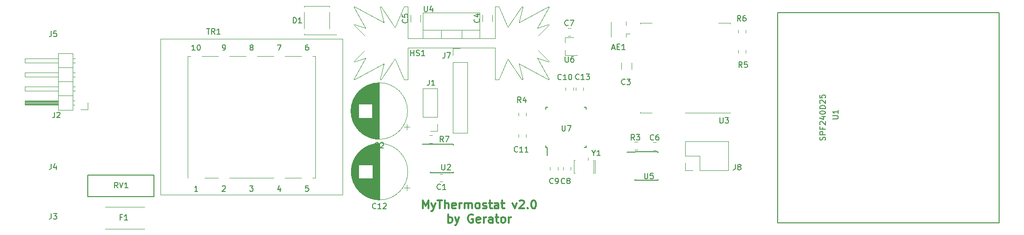
<source format=gto>
G04 #@! TF.GenerationSoftware,KiCad,Pcbnew,5.0.2-bee76a0~70~ubuntu18.04.1*
G04 #@! TF.CreationDate,2019-01-24T05:23:48+01:00*
G04 #@! TF.ProjectId,radiador,72616469-6164-46f7-922e-6b696361645f,rev?*
G04 #@! TF.SameCoordinates,Original*
G04 #@! TF.FileFunction,Legend,Top*
G04 #@! TF.FilePolarity,Positive*
%FSLAX46Y46*%
G04 Gerber Fmt 4.6, Leading zero omitted, Abs format (unit mm)*
G04 Created by KiCad (PCBNEW 5.0.2-bee76a0~70~ubuntu18.04.1) date jue 24 ene 2019 05:23:48 CET*
%MOMM*%
%LPD*%
G01*
G04 APERTURE LIST*
%ADD10C,0.300000*%
%ADD11C,0.150000*%
%ADD12C,0.120000*%
%ADD13C,0.100000*%
G04 APERTURE END LIST*
D10*
X96704628Y-57315571D02*
X96704628Y-55815571D01*
X97204628Y-56887000D01*
X97704628Y-55815571D01*
X97704628Y-57315571D01*
X98276057Y-56315571D02*
X98633200Y-57315571D01*
X98990342Y-56315571D02*
X98633200Y-57315571D01*
X98490342Y-57672714D01*
X98418914Y-57744142D01*
X98276057Y-57815571D01*
X99347485Y-55815571D02*
X100204628Y-55815571D01*
X99776057Y-57315571D02*
X99776057Y-55815571D01*
X100704628Y-57315571D02*
X100704628Y-55815571D01*
X101347485Y-57315571D02*
X101347485Y-56529857D01*
X101276057Y-56387000D01*
X101133200Y-56315571D01*
X100918914Y-56315571D01*
X100776057Y-56387000D01*
X100704628Y-56458428D01*
X102633200Y-57244142D02*
X102490342Y-57315571D01*
X102204628Y-57315571D01*
X102061771Y-57244142D01*
X101990342Y-57101285D01*
X101990342Y-56529857D01*
X102061771Y-56387000D01*
X102204628Y-56315571D01*
X102490342Y-56315571D01*
X102633200Y-56387000D01*
X102704628Y-56529857D01*
X102704628Y-56672714D01*
X101990342Y-56815571D01*
X103347485Y-57315571D02*
X103347485Y-56315571D01*
X103347485Y-56601285D02*
X103418914Y-56458428D01*
X103490342Y-56387000D01*
X103633200Y-56315571D01*
X103776057Y-56315571D01*
X104276057Y-57315571D02*
X104276057Y-56315571D01*
X104276057Y-56458428D02*
X104347485Y-56387000D01*
X104490342Y-56315571D01*
X104704628Y-56315571D01*
X104847485Y-56387000D01*
X104918914Y-56529857D01*
X104918914Y-57315571D01*
X104918914Y-56529857D02*
X104990342Y-56387000D01*
X105133200Y-56315571D01*
X105347485Y-56315571D01*
X105490342Y-56387000D01*
X105561771Y-56529857D01*
X105561771Y-57315571D01*
X106490342Y-57315571D02*
X106347485Y-57244142D01*
X106276057Y-57172714D01*
X106204628Y-57029857D01*
X106204628Y-56601285D01*
X106276057Y-56458428D01*
X106347485Y-56387000D01*
X106490342Y-56315571D01*
X106704628Y-56315571D01*
X106847485Y-56387000D01*
X106918914Y-56458428D01*
X106990342Y-56601285D01*
X106990342Y-57029857D01*
X106918914Y-57172714D01*
X106847485Y-57244142D01*
X106704628Y-57315571D01*
X106490342Y-57315571D01*
X107561771Y-57244142D02*
X107704628Y-57315571D01*
X107990342Y-57315571D01*
X108133200Y-57244142D01*
X108204628Y-57101285D01*
X108204628Y-57029857D01*
X108133200Y-56887000D01*
X107990342Y-56815571D01*
X107776057Y-56815571D01*
X107633200Y-56744142D01*
X107561771Y-56601285D01*
X107561771Y-56529857D01*
X107633200Y-56387000D01*
X107776057Y-56315571D01*
X107990342Y-56315571D01*
X108133200Y-56387000D01*
X108633200Y-56315571D02*
X109204628Y-56315571D01*
X108847485Y-55815571D02*
X108847485Y-57101285D01*
X108918914Y-57244142D01*
X109061771Y-57315571D01*
X109204628Y-57315571D01*
X110347485Y-57315571D02*
X110347485Y-56529857D01*
X110276057Y-56387000D01*
X110133200Y-56315571D01*
X109847485Y-56315571D01*
X109704628Y-56387000D01*
X110347485Y-57244142D02*
X110204628Y-57315571D01*
X109847485Y-57315571D01*
X109704628Y-57244142D01*
X109633200Y-57101285D01*
X109633200Y-56958428D01*
X109704628Y-56815571D01*
X109847485Y-56744142D01*
X110204628Y-56744142D01*
X110347485Y-56672714D01*
X110847485Y-56315571D02*
X111418914Y-56315571D01*
X111061771Y-55815571D02*
X111061771Y-57101285D01*
X111133200Y-57244142D01*
X111276057Y-57315571D01*
X111418914Y-57315571D01*
X112918914Y-56315571D02*
X113276057Y-57315571D01*
X113633200Y-56315571D01*
X114133200Y-55958428D02*
X114204628Y-55887000D01*
X114347485Y-55815571D01*
X114704628Y-55815571D01*
X114847485Y-55887000D01*
X114918914Y-55958428D01*
X114990342Y-56101285D01*
X114990342Y-56244142D01*
X114918914Y-56458428D01*
X114061771Y-57315571D01*
X114990342Y-57315571D01*
X115633200Y-57172714D02*
X115704628Y-57244142D01*
X115633200Y-57315571D01*
X115561771Y-57244142D01*
X115633200Y-57172714D01*
X115633200Y-57315571D01*
X116633200Y-55815571D02*
X116776057Y-55815571D01*
X116918914Y-55887000D01*
X116990342Y-55958428D01*
X117061771Y-56101285D01*
X117133200Y-56387000D01*
X117133200Y-56744142D01*
X117061771Y-57029857D01*
X116990342Y-57172714D01*
X116918914Y-57244142D01*
X116776057Y-57315571D01*
X116633200Y-57315571D01*
X116490342Y-57244142D01*
X116418914Y-57172714D01*
X116347485Y-57029857D01*
X116276057Y-56744142D01*
X116276057Y-56387000D01*
X116347485Y-56101285D01*
X116418914Y-55958428D01*
X116490342Y-55887000D01*
X116633200Y-55815571D01*
X101311771Y-59865571D02*
X101311771Y-58365571D01*
X101311771Y-58937000D02*
X101454628Y-58865571D01*
X101740342Y-58865571D01*
X101883200Y-58937000D01*
X101954628Y-59008428D01*
X102026057Y-59151285D01*
X102026057Y-59579857D01*
X101954628Y-59722714D01*
X101883200Y-59794142D01*
X101740342Y-59865571D01*
X101454628Y-59865571D01*
X101311771Y-59794142D01*
X102526057Y-58865571D02*
X102883200Y-59865571D01*
X103240342Y-58865571D02*
X102883200Y-59865571D01*
X102740342Y-60222714D01*
X102668914Y-60294142D01*
X102526057Y-60365571D01*
X105740342Y-58437000D02*
X105597485Y-58365571D01*
X105383200Y-58365571D01*
X105168914Y-58437000D01*
X105026057Y-58579857D01*
X104954628Y-58722714D01*
X104883200Y-59008428D01*
X104883200Y-59222714D01*
X104954628Y-59508428D01*
X105026057Y-59651285D01*
X105168914Y-59794142D01*
X105383200Y-59865571D01*
X105526057Y-59865571D01*
X105740342Y-59794142D01*
X105811771Y-59722714D01*
X105811771Y-59222714D01*
X105526057Y-59222714D01*
X107026057Y-59794142D02*
X106883200Y-59865571D01*
X106597485Y-59865571D01*
X106454628Y-59794142D01*
X106383200Y-59651285D01*
X106383200Y-59079857D01*
X106454628Y-58937000D01*
X106597485Y-58865571D01*
X106883200Y-58865571D01*
X107026057Y-58937000D01*
X107097485Y-59079857D01*
X107097485Y-59222714D01*
X106383200Y-59365571D01*
X107740342Y-59865571D02*
X107740342Y-58865571D01*
X107740342Y-59151285D02*
X107811771Y-59008428D01*
X107883200Y-58937000D01*
X108026057Y-58865571D01*
X108168914Y-58865571D01*
X109311771Y-59865571D02*
X109311771Y-59079857D01*
X109240342Y-58937000D01*
X109097485Y-58865571D01*
X108811771Y-58865571D01*
X108668914Y-58937000D01*
X109311771Y-59794142D02*
X109168914Y-59865571D01*
X108811771Y-59865571D01*
X108668914Y-59794142D01*
X108597485Y-59651285D01*
X108597485Y-59508428D01*
X108668914Y-59365571D01*
X108811771Y-59294142D01*
X109168914Y-59294142D01*
X109311771Y-59222714D01*
X109811771Y-58865571D02*
X110383200Y-58865571D01*
X110026057Y-58365571D02*
X110026057Y-59651285D01*
X110097485Y-59794142D01*
X110240342Y-59865571D01*
X110383200Y-59865571D01*
X111097485Y-59865571D02*
X110954628Y-59794142D01*
X110883200Y-59722714D01*
X110811771Y-59579857D01*
X110811771Y-59151285D01*
X110883200Y-59008428D01*
X110954628Y-58937000D01*
X111097485Y-58865571D01*
X111311771Y-58865571D01*
X111454628Y-58937000D01*
X111526057Y-59008428D01*
X111597485Y-59151285D01*
X111597485Y-59579857D01*
X111526057Y-59722714D01*
X111454628Y-59794142D01*
X111311771Y-59865571D01*
X111097485Y-59865571D01*
X112240342Y-59865571D02*
X112240342Y-58865571D01*
X112240342Y-59151285D02*
X112311771Y-59008428D01*
X112383200Y-58937000D01*
X112526057Y-58865571D01*
X112668914Y-58865571D01*
D11*
G04 #@! TO.C,U1*
X160703000Y-21924000D02*
X200703000Y-21924000D01*
X200703000Y-59924000D02*
X160703000Y-59924000D01*
X200703000Y-21924000D02*
X200703000Y-59924000D01*
X160703000Y-59924000D02*
X160703000Y-21924000D01*
D12*
G04 #@! TO.C,TR1*
X71816500Y-51736500D02*
X74816500Y-51736500D01*
X61816500Y-51736500D02*
X69816500Y-51736500D01*
X57316500Y-51736500D02*
X59816500Y-51736500D01*
X54816500Y-29736500D02*
X54316500Y-29736500D01*
X54316500Y-29736500D02*
X54316500Y-51736500D01*
X59816500Y-29736500D02*
X56816500Y-29736500D01*
X64816500Y-29736500D02*
X61816500Y-29736500D01*
X69816500Y-29736500D02*
X66816500Y-29736500D01*
X74816500Y-29736500D02*
X71816500Y-29736500D01*
X76816500Y-51736500D02*
X77316500Y-51736500D01*
X77316500Y-51736500D02*
X77316500Y-29736500D01*
X77316500Y-29736500D02*
X76816500Y-29736500D01*
X49396500Y-26616500D02*
X82236500Y-26616500D01*
X49396500Y-26616500D02*
X49396500Y-54856500D01*
X82236500Y-54856500D02*
X82236500Y-26616500D01*
X82236500Y-54856500D02*
X49396500Y-54856500D01*
G04 #@! TO.C,C13*
X124284331Y-35959638D02*
X124284331Y-35442482D01*
X125704331Y-35959638D02*
X125704331Y-35442482D01*
G04 #@! TO.C,J2*
X33548500Y-39493500D02*
X33548500Y-29213500D01*
X33548500Y-29213500D02*
X30888500Y-29213500D01*
X30888500Y-29213500D02*
X30888500Y-39493500D01*
X30888500Y-39493500D02*
X33548500Y-39493500D01*
X30888500Y-38543500D02*
X24888500Y-38543500D01*
X24888500Y-38543500D02*
X24888500Y-37783500D01*
X24888500Y-37783500D02*
X30888500Y-37783500D01*
X30888500Y-38483500D02*
X24888500Y-38483500D01*
X30888500Y-38363500D02*
X24888500Y-38363500D01*
X30888500Y-38243500D02*
X24888500Y-38243500D01*
X30888500Y-38123500D02*
X24888500Y-38123500D01*
X30888500Y-38003500D02*
X24888500Y-38003500D01*
X30888500Y-37883500D02*
X24888500Y-37883500D01*
X33878500Y-38543500D02*
X33548500Y-38543500D01*
X33878500Y-37783500D02*
X33548500Y-37783500D01*
X33548500Y-36893500D02*
X30888500Y-36893500D01*
X30888500Y-36003500D02*
X24888500Y-36003500D01*
X24888500Y-36003500D02*
X24888500Y-35243500D01*
X24888500Y-35243500D02*
X30888500Y-35243500D01*
X33945571Y-36003500D02*
X33548500Y-36003500D01*
X33945571Y-35243500D02*
X33548500Y-35243500D01*
X33548500Y-34353500D02*
X30888500Y-34353500D01*
X30888500Y-33463500D02*
X24888500Y-33463500D01*
X24888500Y-33463500D02*
X24888500Y-32703500D01*
X24888500Y-32703500D02*
X30888500Y-32703500D01*
X33945571Y-33463500D02*
X33548500Y-33463500D01*
X33945571Y-32703500D02*
X33548500Y-32703500D01*
X33548500Y-31813500D02*
X30888500Y-31813500D01*
X30888500Y-30923500D02*
X24888500Y-30923500D01*
X24888500Y-30923500D02*
X24888500Y-30163500D01*
X24888500Y-30163500D02*
X30888500Y-30163500D01*
X33945571Y-30923500D02*
X33548500Y-30923500D01*
X33945571Y-30163500D02*
X33548500Y-30163500D01*
X36258500Y-38163500D02*
X36258500Y-39433500D01*
X36258500Y-39433500D02*
X34988500Y-39433500D01*
G04 #@! TO.C,C2*
X93958400Y-39674800D02*
G75*
G03X93958400Y-39674800I-5120000J0D01*
G01*
X88838400Y-44754800D02*
X88838400Y-34594800D01*
X88798400Y-44754800D02*
X88798400Y-34594800D01*
X88758400Y-44754800D02*
X88758400Y-34594800D01*
X88718400Y-44753800D02*
X88718400Y-34595800D01*
X88678400Y-44752800D02*
X88678400Y-34596800D01*
X88638400Y-44751800D02*
X88638400Y-34597800D01*
X88598400Y-44749800D02*
X88598400Y-34599800D01*
X88558400Y-44747800D02*
X88558400Y-34601800D01*
X88518400Y-44744800D02*
X88518400Y-34604800D01*
X88478400Y-44742800D02*
X88478400Y-34606800D01*
X88438400Y-44739800D02*
X88438400Y-34609800D01*
X88398400Y-44736800D02*
X88398400Y-34612800D01*
X88358400Y-44732800D02*
X88358400Y-34616800D01*
X88318400Y-44728800D02*
X88318400Y-34620800D01*
X88278400Y-44724800D02*
X88278400Y-34624800D01*
X88238400Y-44719800D02*
X88238400Y-34629800D01*
X88198400Y-44714800D02*
X88198400Y-34634800D01*
X88158400Y-44709800D02*
X88158400Y-34639800D01*
X88117400Y-44704800D02*
X88117400Y-34644800D01*
X88077400Y-44698800D02*
X88077400Y-34650800D01*
X88037400Y-44692800D02*
X88037400Y-34656800D01*
X87997400Y-44685800D02*
X87997400Y-34663800D01*
X87957400Y-44678800D02*
X87957400Y-34670800D01*
X87917400Y-44671800D02*
X87917400Y-34677800D01*
X87877400Y-44664800D02*
X87877400Y-34684800D01*
X87837400Y-44656800D02*
X87837400Y-34692800D01*
X87797400Y-44648800D02*
X87797400Y-34700800D01*
X87757400Y-44639800D02*
X87757400Y-34709800D01*
X87717400Y-44630800D02*
X87717400Y-34718800D01*
X87677400Y-44621800D02*
X87677400Y-34727800D01*
X87637400Y-44612800D02*
X87637400Y-34736800D01*
X87597400Y-44602800D02*
X87597400Y-34746800D01*
X87557400Y-44592800D02*
X87557400Y-40915800D01*
X87557400Y-38433800D02*
X87557400Y-34756800D01*
X87517400Y-44581800D02*
X87517400Y-40915800D01*
X87517400Y-38433800D02*
X87517400Y-34767800D01*
X87477400Y-44571800D02*
X87477400Y-40915800D01*
X87477400Y-38433800D02*
X87477400Y-34777800D01*
X87437400Y-44559800D02*
X87437400Y-40915800D01*
X87437400Y-38433800D02*
X87437400Y-34789800D01*
X87397400Y-44548800D02*
X87397400Y-40915800D01*
X87397400Y-38433800D02*
X87397400Y-34800800D01*
X87357400Y-44536800D02*
X87357400Y-40915800D01*
X87357400Y-38433800D02*
X87357400Y-34812800D01*
X87317400Y-44524800D02*
X87317400Y-40915800D01*
X87317400Y-38433800D02*
X87317400Y-34824800D01*
X87277400Y-44511800D02*
X87277400Y-40915800D01*
X87277400Y-38433800D02*
X87277400Y-34837800D01*
X87237400Y-44498800D02*
X87237400Y-40915800D01*
X87237400Y-38433800D02*
X87237400Y-34850800D01*
X87197400Y-44485800D02*
X87197400Y-40915800D01*
X87197400Y-38433800D02*
X87197400Y-34863800D01*
X87157400Y-44471800D02*
X87157400Y-40915800D01*
X87157400Y-38433800D02*
X87157400Y-34877800D01*
X87117400Y-44457800D02*
X87117400Y-40915800D01*
X87117400Y-38433800D02*
X87117400Y-34891800D01*
X87077400Y-44442800D02*
X87077400Y-40915800D01*
X87077400Y-38433800D02*
X87077400Y-34906800D01*
X87037400Y-44428800D02*
X87037400Y-40915800D01*
X87037400Y-38433800D02*
X87037400Y-34920800D01*
X86997400Y-44412800D02*
X86997400Y-40915800D01*
X86997400Y-38433800D02*
X86997400Y-34936800D01*
X86957400Y-44397800D02*
X86957400Y-40915800D01*
X86957400Y-38433800D02*
X86957400Y-34951800D01*
X86917400Y-44381800D02*
X86917400Y-40915800D01*
X86917400Y-38433800D02*
X86917400Y-34967800D01*
X86877400Y-44364800D02*
X86877400Y-40915800D01*
X86877400Y-38433800D02*
X86877400Y-34984800D01*
X86837400Y-44348800D02*
X86837400Y-40915800D01*
X86837400Y-38433800D02*
X86837400Y-35000800D01*
X86797400Y-44331800D02*
X86797400Y-40915800D01*
X86797400Y-38433800D02*
X86797400Y-35017800D01*
X86757400Y-44313800D02*
X86757400Y-40915800D01*
X86757400Y-38433800D02*
X86757400Y-35035800D01*
X86717400Y-44295800D02*
X86717400Y-40915800D01*
X86717400Y-38433800D02*
X86717400Y-35053800D01*
X86677400Y-44277800D02*
X86677400Y-40915800D01*
X86677400Y-38433800D02*
X86677400Y-35071800D01*
X86637400Y-44258800D02*
X86637400Y-40915800D01*
X86637400Y-38433800D02*
X86637400Y-35090800D01*
X86597400Y-44238800D02*
X86597400Y-40915800D01*
X86597400Y-38433800D02*
X86597400Y-35110800D01*
X86557400Y-44219800D02*
X86557400Y-40915800D01*
X86557400Y-38433800D02*
X86557400Y-35129800D01*
X86517400Y-44199800D02*
X86517400Y-40915800D01*
X86517400Y-38433800D02*
X86517400Y-35149800D01*
X86477400Y-44178800D02*
X86477400Y-40915800D01*
X86477400Y-38433800D02*
X86477400Y-35170800D01*
X86437400Y-44157800D02*
X86437400Y-40915800D01*
X86437400Y-38433800D02*
X86437400Y-35191800D01*
X86397400Y-44136800D02*
X86397400Y-40915800D01*
X86397400Y-38433800D02*
X86397400Y-35212800D01*
X86357400Y-44114800D02*
X86357400Y-40915800D01*
X86357400Y-38433800D02*
X86357400Y-35234800D01*
X86317400Y-44091800D02*
X86317400Y-40915800D01*
X86317400Y-38433800D02*
X86317400Y-35257800D01*
X86277400Y-44069800D02*
X86277400Y-40915800D01*
X86277400Y-38433800D02*
X86277400Y-35279800D01*
X86237400Y-44045800D02*
X86237400Y-40915800D01*
X86237400Y-38433800D02*
X86237400Y-35303800D01*
X86197400Y-44021800D02*
X86197400Y-40915800D01*
X86197400Y-38433800D02*
X86197400Y-35327800D01*
X86157400Y-43997800D02*
X86157400Y-40915800D01*
X86157400Y-38433800D02*
X86157400Y-35351800D01*
X86117400Y-43972800D02*
X86117400Y-40915800D01*
X86117400Y-38433800D02*
X86117400Y-35376800D01*
X86077400Y-43947800D02*
X86077400Y-40915800D01*
X86077400Y-38433800D02*
X86077400Y-35401800D01*
X86037400Y-43921800D02*
X86037400Y-40915800D01*
X86037400Y-38433800D02*
X86037400Y-35427800D01*
X85997400Y-43895800D02*
X85997400Y-40915800D01*
X85997400Y-38433800D02*
X85997400Y-35453800D01*
X85957400Y-43868800D02*
X85957400Y-40915800D01*
X85957400Y-38433800D02*
X85957400Y-35480800D01*
X85917400Y-43840800D02*
X85917400Y-40915800D01*
X85917400Y-38433800D02*
X85917400Y-35508800D01*
X85877400Y-43812800D02*
X85877400Y-40915800D01*
X85877400Y-38433800D02*
X85877400Y-35536800D01*
X85837400Y-43784800D02*
X85837400Y-40915800D01*
X85837400Y-38433800D02*
X85837400Y-35564800D01*
X85797400Y-43754800D02*
X85797400Y-40915800D01*
X85797400Y-38433800D02*
X85797400Y-35594800D01*
X85757400Y-43724800D02*
X85757400Y-40915800D01*
X85757400Y-38433800D02*
X85757400Y-35624800D01*
X85717400Y-43694800D02*
X85717400Y-40915800D01*
X85717400Y-38433800D02*
X85717400Y-35654800D01*
X85677400Y-43663800D02*
X85677400Y-40915800D01*
X85677400Y-38433800D02*
X85677400Y-35685800D01*
X85637400Y-43631800D02*
X85637400Y-40915800D01*
X85637400Y-38433800D02*
X85637400Y-35717800D01*
X85597400Y-43599800D02*
X85597400Y-40915800D01*
X85597400Y-38433800D02*
X85597400Y-35749800D01*
X85557400Y-43566800D02*
X85557400Y-40915800D01*
X85557400Y-38433800D02*
X85557400Y-35782800D01*
X85517400Y-43532800D02*
X85517400Y-40915800D01*
X85517400Y-38433800D02*
X85517400Y-35816800D01*
X85477400Y-43498800D02*
X85477400Y-40915800D01*
X85477400Y-38433800D02*
X85477400Y-35850800D01*
X85437400Y-43463800D02*
X85437400Y-40915800D01*
X85437400Y-38433800D02*
X85437400Y-35885800D01*
X85397400Y-43427800D02*
X85397400Y-40915800D01*
X85397400Y-38433800D02*
X85397400Y-35921800D01*
X85357400Y-43390800D02*
X85357400Y-40915800D01*
X85357400Y-38433800D02*
X85357400Y-35958800D01*
X85317400Y-43353800D02*
X85317400Y-40915800D01*
X85317400Y-38433800D02*
X85317400Y-35995800D01*
X85277400Y-43314800D02*
X85277400Y-40915800D01*
X85277400Y-38433800D02*
X85277400Y-36034800D01*
X85237400Y-43275800D02*
X85237400Y-40915800D01*
X85237400Y-38433800D02*
X85237400Y-36073800D01*
X85197400Y-43235800D02*
X85197400Y-40915800D01*
X85197400Y-38433800D02*
X85197400Y-36113800D01*
X85157400Y-43194800D02*
X85157400Y-40915800D01*
X85157400Y-38433800D02*
X85157400Y-36154800D01*
X85117400Y-43152800D02*
X85117400Y-40915800D01*
X85117400Y-38433800D02*
X85117400Y-36196800D01*
X85077400Y-43110800D02*
X85077400Y-36238800D01*
X85037400Y-43066800D02*
X85037400Y-36282800D01*
X84997400Y-43021800D02*
X84997400Y-36327800D01*
X84957400Y-42975800D02*
X84957400Y-36373800D01*
X84917400Y-42928800D02*
X84917400Y-36420800D01*
X84877400Y-42880800D02*
X84877400Y-36468800D01*
X84837400Y-42830800D02*
X84837400Y-36518800D01*
X84797400Y-42780800D02*
X84797400Y-36568800D01*
X84757400Y-42728800D02*
X84757400Y-36620800D01*
X84717400Y-42674800D02*
X84717400Y-36674800D01*
X84677400Y-42619800D02*
X84677400Y-36729800D01*
X84637400Y-42563800D02*
X84637400Y-36785800D01*
X84597400Y-42504800D02*
X84597400Y-36844800D01*
X84557400Y-42444800D02*
X84557400Y-36904800D01*
X84517400Y-42383800D02*
X84517400Y-36965800D01*
X84477400Y-42319800D02*
X84477400Y-37029800D01*
X84437400Y-42253800D02*
X84437400Y-37095800D01*
X84397400Y-42184800D02*
X84397400Y-37164800D01*
X84357400Y-42113800D02*
X84357400Y-37235800D01*
X84317400Y-42039800D02*
X84317400Y-37309800D01*
X84277400Y-41963800D02*
X84277400Y-37385800D01*
X84237400Y-41883800D02*
X84237400Y-37465800D01*
X84197400Y-41799800D02*
X84197400Y-37549800D01*
X84157400Y-41711800D02*
X84157400Y-37637800D01*
X84117400Y-41618800D02*
X84117400Y-37730800D01*
X84077400Y-41520800D02*
X84077400Y-37828800D01*
X84037400Y-41416800D02*
X84037400Y-37932800D01*
X83997400Y-41304800D02*
X83997400Y-38044800D01*
X83957400Y-41184800D02*
X83957400Y-38164800D01*
X83917400Y-41052800D02*
X83917400Y-38296800D01*
X83877400Y-40904800D02*
X83877400Y-38444800D01*
X83837400Y-40736800D02*
X83837400Y-38612800D01*
X83797400Y-40536800D02*
X83797400Y-38812800D01*
X83757400Y-40273800D02*
X83757400Y-39075800D01*
X94318046Y-42549800D02*
X93318046Y-42549800D01*
X93818046Y-43049800D02*
X93818046Y-42049800D01*
G04 #@! TO.C,C4*
X107429392Y-23483223D02*
X107429392Y-22279095D01*
X109249392Y-23483223D02*
X109249392Y-22279095D01*
G04 #@! TO.C,R7*
X98429578Y-45502900D02*
X97912422Y-45502900D01*
X98429578Y-44082900D02*
X97912422Y-44082900D01*
G04 #@! TO.C,C3*
X134368557Y-32130785D02*
X134368557Y-30926657D01*
X132548557Y-32130785D02*
X132548557Y-30926657D01*
G04 #@! TO.C,HS1*
X84242392Y-24119659D02*
X86202392Y-26009659D01*
X84332392Y-23969659D02*
X84242392Y-24119659D01*
X86382392Y-24649659D02*
X84332392Y-23969659D01*
X84232392Y-20879659D02*
X86382392Y-24649659D01*
X84352392Y-20759659D02*
X84232392Y-20879659D01*
X89652392Y-23639659D02*
X84352392Y-20759659D01*
X88992392Y-20839659D02*
X89652392Y-23639659D01*
X89172392Y-20779659D02*
X88992392Y-20839659D01*
X91672392Y-24499659D02*
X89172392Y-20779659D01*
X93292392Y-20789659D02*
X91682392Y-24499659D01*
X93962392Y-20789659D02*
X93292392Y-20789659D01*
X93962392Y-26539659D02*
X93962392Y-20789659D01*
X101862392Y-26539659D02*
X93962392Y-26539659D01*
X93962392Y-33989659D02*
X93292392Y-33989659D01*
X93962392Y-28239659D02*
X93962392Y-33989659D01*
X101862392Y-28239659D02*
X93962392Y-28239659D01*
X93292392Y-33989659D02*
X91682392Y-30279659D01*
X84332392Y-30809659D02*
X84242392Y-30659659D01*
X84352392Y-34019659D02*
X84232392Y-33899659D01*
X84232392Y-33899659D02*
X86382392Y-30129659D01*
X86382392Y-30129659D02*
X84332392Y-30809659D01*
X84242392Y-30659659D02*
X86202392Y-28769659D01*
X89652392Y-31139659D02*
X84352392Y-34019659D01*
X91672392Y-30279659D02*
X89172392Y-33999659D01*
X89172392Y-33999659D02*
X88992392Y-33939659D01*
X88992392Y-33939659D02*
X89652392Y-31139659D01*
X101862392Y-26539659D02*
X109762392Y-26539659D01*
X110432392Y-20789659D02*
X112042392Y-24499659D01*
X109762392Y-20789659D02*
X110432392Y-20789659D01*
X109762392Y-26539659D02*
X109762392Y-20789659D01*
X101862392Y-28239659D02*
X109762392Y-28239659D01*
X117342392Y-30129659D02*
X119392392Y-30809659D01*
X119372392Y-34019659D02*
X119492392Y-33899659D01*
X119392392Y-30809659D02*
X119482392Y-30659659D01*
X119492392Y-33899659D02*
X117342392Y-30129659D01*
X119482392Y-30659659D02*
X117522392Y-28769659D01*
X112052392Y-30279659D02*
X114552392Y-33999659D01*
X114732392Y-33939659D02*
X114072392Y-31139659D01*
X114552392Y-33999659D02*
X114732392Y-33939659D01*
X114072392Y-31139659D02*
X119372392Y-34019659D01*
X109762392Y-33989659D02*
X110432392Y-33989659D01*
X109762392Y-28239659D02*
X109762392Y-33989659D01*
X110432392Y-33989659D02*
X112042392Y-30279659D01*
X119372392Y-20759659D02*
X119492392Y-20879659D01*
X119482392Y-24119659D02*
X117522392Y-26009659D01*
X117342392Y-24649659D02*
X119392392Y-23969659D01*
X119392392Y-23969659D02*
X119482392Y-24119659D01*
X119492392Y-20879659D02*
X117342392Y-24649659D01*
X114072392Y-23639659D02*
X119372392Y-20759659D01*
X114732392Y-20839659D02*
X114072392Y-23639659D01*
X114552392Y-20779659D02*
X114732392Y-20839659D01*
X112052392Y-24499659D02*
X114552392Y-20779659D01*
G04 #@! TO.C,U6*
X122405341Y-26393200D02*
X122405341Y-27323200D01*
X122405341Y-29553200D02*
X122405341Y-28623200D01*
X122405341Y-29553200D02*
X124565341Y-29553200D01*
X122405341Y-26393200D02*
X123865341Y-26393200D01*
G04 #@! TO.C,R3*
X135455919Y-45290053D02*
X134938763Y-45290053D01*
X135455919Y-46710053D02*
X134938763Y-46710053D01*
D11*
G04 #@! TO.C,U7*
X118892831Y-46247560D02*
X119117831Y-46247560D01*
X118892831Y-38997560D02*
X119217831Y-38997560D01*
X126142831Y-38997560D02*
X125817831Y-38997560D01*
X126142831Y-46247560D02*
X125817831Y-46247560D01*
X118892831Y-46247560D02*
X118892831Y-45922560D01*
X126142831Y-46247560D02*
X126142831Y-45922560D01*
X126142831Y-38997560D02*
X126142831Y-39322560D01*
X118892831Y-38997560D02*
X118892831Y-39322560D01*
X119117831Y-46247560D02*
X119117831Y-47672560D01*
G04 #@! TO.C,U5*
X134963841Y-47044553D02*
X134963841Y-47094553D01*
X139113841Y-47044553D02*
X139113841Y-47189553D01*
X139113841Y-52194553D02*
X139113841Y-52049553D01*
X134963841Y-52194553D02*
X134963841Y-52049553D01*
X134963841Y-47044553D02*
X139113841Y-47044553D01*
X134963841Y-52194553D02*
X139113841Y-52194553D01*
X134963841Y-47094553D02*
X133563841Y-47094553D01*
D12*
G04 #@! TO.C,R6*
X154996557Y-25564299D02*
X154996557Y-25047143D01*
X153576557Y-25564299D02*
X153576557Y-25047143D01*
G04 #@! TO.C,U4*
X106982392Y-26532159D02*
X96742392Y-26532159D01*
X106982392Y-21891159D02*
X96742392Y-21891159D01*
X106982392Y-26532159D02*
X106982392Y-21891159D01*
X96742392Y-26532159D02*
X96742392Y-21891159D01*
X106982392Y-25022159D02*
X96742392Y-25022159D01*
X103712392Y-26532159D02*
X103712392Y-25022159D01*
X100011392Y-26532159D02*
X100011392Y-25022159D01*
D11*
G04 #@! TO.C,U2*
X98033380Y-45710300D02*
X96633380Y-45710300D01*
X98033380Y-50810300D02*
X102183380Y-50810300D01*
X98033380Y-45660300D02*
X102183380Y-45660300D01*
X98033380Y-50810300D02*
X98033380Y-50665300D01*
X102183380Y-50810300D02*
X102183380Y-50665300D01*
X102183380Y-45660300D02*
X102183380Y-45805300D01*
X98033380Y-45660300D02*
X98033380Y-45710300D01*
D12*
G04 #@! TO.C,Y1*
X123956331Y-50934560D02*
X123956331Y-48934560D01*
X127556331Y-48934560D02*
X127556331Y-50934560D01*
X126506331Y-48534560D02*
X126506331Y-48134560D01*
X127756331Y-50934560D02*
X127756331Y-48934560D01*
X123956331Y-48934560D02*
X123956331Y-48534560D01*
X127556331Y-48934560D02*
X127556331Y-48534560D01*
X127756331Y-48934560D02*
X127756331Y-48534560D01*
X127556331Y-50934560D02*
X127406331Y-50934560D01*
X127556331Y-48534560D02*
X127406331Y-48534560D01*
X126506331Y-48534560D02*
X126556331Y-48534560D01*
X123956331Y-48534560D02*
X124106331Y-48534560D01*
X123956331Y-50934560D02*
X124106331Y-50934560D01*
G04 #@! TO.C,J8*
X151799600Y-50402800D02*
X151799600Y-45202800D01*
X146659600Y-50402800D02*
X151799600Y-50402800D01*
X144059600Y-45202800D02*
X151799600Y-45202800D01*
X146659600Y-50402800D02*
X146659600Y-47802800D01*
X146659600Y-47802800D02*
X144059600Y-47802800D01*
X144059600Y-47802800D02*
X144059600Y-45202800D01*
X145389600Y-50402800D02*
X144059600Y-50402800D01*
X144059600Y-50402800D02*
X144059600Y-49072800D01*
G04 #@! TO.C,C12*
X94009200Y-50647600D02*
G75*
G03X94009200Y-50647600I-5120000J0D01*
G01*
X88889200Y-55727600D02*
X88889200Y-45567600D01*
X88849200Y-55727600D02*
X88849200Y-45567600D01*
X88809200Y-55727600D02*
X88809200Y-45567600D01*
X88769200Y-55726600D02*
X88769200Y-45568600D01*
X88729200Y-55725600D02*
X88729200Y-45569600D01*
X88689200Y-55724600D02*
X88689200Y-45570600D01*
X88649200Y-55722600D02*
X88649200Y-45572600D01*
X88609200Y-55720600D02*
X88609200Y-45574600D01*
X88569200Y-55717600D02*
X88569200Y-45577600D01*
X88529200Y-55715600D02*
X88529200Y-45579600D01*
X88489200Y-55712600D02*
X88489200Y-45582600D01*
X88449200Y-55709600D02*
X88449200Y-45585600D01*
X88409200Y-55705600D02*
X88409200Y-45589600D01*
X88369200Y-55701600D02*
X88369200Y-45593600D01*
X88329200Y-55697600D02*
X88329200Y-45597600D01*
X88289200Y-55692600D02*
X88289200Y-45602600D01*
X88249200Y-55687600D02*
X88249200Y-45607600D01*
X88209200Y-55682600D02*
X88209200Y-45612600D01*
X88168200Y-55677600D02*
X88168200Y-45617600D01*
X88128200Y-55671600D02*
X88128200Y-45623600D01*
X88088200Y-55665600D02*
X88088200Y-45629600D01*
X88048200Y-55658600D02*
X88048200Y-45636600D01*
X88008200Y-55651600D02*
X88008200Y-45643600D01*
X87968200Y-55644600D02*
X87968200Y-45650600D01*
X87928200Y-55637600D02*
X87928200Y-45657600D01*
X87888200Y-55629600D02*
X87888200Y-45665600D01*
X87848200Y-55621600D02*
X87848200Y-45673600D01*
X87808200Y-55612600D02*
X87808200Y-45682600D01*
X87768200Y-55603600D02*
X87768200Y-45691600D01*
X87728200Y-55594600D02*
X87728200Y-45700600D01*
X87688200Y-55585600D02*
X87688200Y-45709600D01*
X87648200Y-55575600D02*
X87648200Y-45719600D01*
X87608200Y-55565600D02*
X87608200Y-51888600D01*
X87608200Y-49406600D02*
X87608200Y-45729600D01*
X87568200Y-55554600D02*
X87568200Y-51888600D01*
X87568200Y-49406600D02*
X87568200Y-45740600D01*
X87528200Y-55544600D02*
X87528200Y-51888600D01*
X87528200Y-49406600D02*
X87528200Y-45750600D01*
X87488200Y-55532600D02*
X87488200Y-51888600D01*
X87488200Y-49406600D02*
X87488200Y-45762600D01*
X87448200Y-55521600D02*
X87448200Y-51888600D01*
X87448200Y-49406600D02*
X87448200Y-45773600D01*
X87408200Y-55509600D02*
X87408200Y-51888600D01*
X87408200Y-49406600D02*
X87408200Y-45785600D01*
X87368200Y-55497600D02*
X87368200Y-51888600D01*
X87368200Y-49406600D02*
X87368200Y-45797600D01*
X87328200Y-55484600D02*
X87328200Y-51888600D01*
X87328200Y-49406600D02*
X87328200Y-45810600D01*
X87288200Y-55471600D02*
X87288200Y-51888600D01*
X87288200Y-49406600D02*
X87288200Y-45823600D01*
X87248200Y-55458600D02*
X87248200Y-51888600D01*
X87248200Y-49406600D02*
X87248200Y-45836600D01*
X87208200Y-55444600D02*
X87208200Y-51888600D01*
X87208200Y-49406600D02*
X87208200Y-45850600D01*
X87168200Y-55430600D02*
X87168200Y-51888600D01*
X87168200Y-49406600D02*
X87168200Y-45864600D01*
X87128200Y-55415600D02*
X87128200Y-51888600D01*
X87128200Y-49406600D02*
X87128200Y-45879600D01*
X87088200Y-55401600D02*
X87088200Y-51888600D01*
X87088200Y-49406600D02*
X87088200Y-45893600D01*
X87048200Y-55385600D02*
X87048200Y-51888600D01*
X87048200Y-49406600D02*
X87048200Y-45909600D01*
X87008200Y-55370600D02*
X87008200Y-51888600D01*
X87008200Y-49406600D02*
X87008200Y-45924600D01*
X86968200Y-55354600D02*
X86968200Y-51888600D01*
X86968200Y-49406600D02*
X86968200Y-45940600D01*
X86928200Y-55337600D02*
X86928200Y-51888600D01*
X86928200Y-49406600D02*
X86928200Y-45957600D01*
X86888200Y-55321600D02*
X86888200Y-51888600D01*
X86888200Y-49406600D02*
X86888200Y-45973600D01*
X86848200Y-55304600D02*
X86848200Y-51888600D01*
X86848200Y-49406600D02*
X86848200Y-45990600D01*
X86808200Y-55286600D02*
X86808200Y-51888600D01*
X86808200Y-49406600D02*
X86808200Y-46008600D01*
X86768200Y-55268600D02*
X86768200Y-51888600D01*
X86768200Y-49406600D02*
X86768200Y-46026600D01*
X86728200Y-55250600D02*
X86728200Y-51888600D01*
X86728200Y-49406600D02*
X86728200Y-46044600D01*
X86688200Y-55231600D02*
X86688200Y-51888600D01*
X86688200Y-49406600D02*
X86688200Y-46063600D01*
X86648200Y-55211600D02*
X86648200Y-51888600D01*
X86648200Y-49406600D02*
X86648200Y-46083600D01*
X86608200Y-55192600D02*
X86608200Y-51888600D01*
X86608200Y-49406600D02*
X86608200Y-46102600D01*
X86568200Y-55172600D02*
X86568200Y-51888600D01*
X86568200Y-49406600D02*
X86568200Y-46122600D01*
X86528200Y-55151600D02*
X86528200Y-51888600D01*
X86528200Y-49406600D02*
X86528200Y-46143600D01*
X86488200Y-55130600D02*
X86488200Y-51888600D01*
X86488200Y-49406600D02*
X86488200Y-46164600D01*
X86448200Y-55109600D02*
X86448200Y-51888600D01*
X86448200Y-49406600D02*
X86448200Y-46185600D01*
X86408200Y-55087600D02*
X86408200Y-51888600D01*
X86408200Y-49406600D02*
X86408200Y-46207600D01*
X86368200Y-55064600D02*
X86368200Y-51888600D01*
X86368200Y-49406600D02*
X86368200Y-46230600D01*
X86328200Y-55042600D02*
X86328200Y-51888600D01*
X86328200Y-49406600D02*
X86328200Y-46252600D01*
X86288200Y-55018600D02*
X86288200Y-51888600D01*
X86288200Y-49406600D02*
X86288200Y-46276600D01*
X86248200Y-54994600D02*
X86248200Y-51888600D01*
X86248200Y-49406600D02*
X86248200Y-46300600D01*
X86208200Y-54970600D02*
X86208200Y-51888600D01*
X86208200Y-49406600D02*
X86208200Y-46324600D01*
X86168200Y-54945600D02*
X86168200Y-51888600D01*
X86168200Y-49406600D02*
X86168200Y-46349600D01*
X86128200Y-54920600D02*
X86128200Y-51888600D01*
X86128200Y-49406600D02*
X86128200Y-46374600D01*
X86088200Y-54894600D02*
X86088200Y-51888600D01*
X86088200Y-49406600D02*
X86088200Y-46400600D01*
X86048200Y-54868600D02*
X86048200Y-51888600D01*
X86048200Y-49406600D02*
X86048200Y-46426600D01*
X86008200Y-54841600D02*
X86008200Y-51888600D01*
X86008200Y-49406600D02*
X86008200Y-46453600D01*
X85968200Y-54813600D02*
X85968200Y-51888600D01*
X85968200Y-49406600D02*
X85968200Y-46481600D01*
X85928200Y-54785600D02*
X85928200Y-51888600D01*
X85928200Y-49406600D02*
X85928200Y-46509600D01*
X85888200Y-54757600D02*
X85888200Y-51888600D01*
X85888200Y-49406600D02*
X85888200Y-46537600D01*
X85848200Y-54727600D02*
X85848200Y-51888600D01*
X85848200Y-49406600D02*
X85848200Y-46567600D01*
X85808200Y-54697600D02*
X85808200Y-51888600D01*
X85808200Y-49406600D02*
X85808200Y-46597600D01*
X85768200Y-54667600D02*
X85768200Y-51888600D01*
X85768200Y-49406600D02*
X85768200Y-46627600D01*
X85728200Y-54636600D02*
X85728200Y-51888600D01*
X85728200Y-49406600D02*
X85728200Y-46658600D01*
X85688200Y-54604600D02*
X85688200Y-51888600D01*
X85688200Y-49406600D02*
X85688200Y-46690600D01*
X85648200Y-54572600D02*
X85648200Y-51888600D01*
X85648200Y-49406600D02*
X85648200Y-46722600D01*
X85608200Y-54539600D02*
X85608200Y-51888600D01*
X85608200Y-49406600D02*
X85608200Y-46755600D01*
X85568200Y-54505600D02*
X85568200Y-51888600D01*
X85568200Y-49406600D02*
X85568200Y-46789600D01*
X85528200Y-54471600D02*
X85528200Y-51888600D01*
X85528200Y-49406600D02*
X85528200Y-46823600D01*
X85488200Y-54436600D02*
X85488200Y-51888600D01*
X85488200Y-49406600D02*
X85488200Y-46858600D01*
X85448200Y-54400600D02*
X85448200Y-51888600D01*
X85448200Y-49406600D02*
X85448200Y-46894600D01*
X85408200Y-54363600D02*
X85408200Y-51888600D01*
X85408200Y-49406600D02*
X85408200Y-46931600D01*
X85368200Y-54326600D02*
X85368200Y-51888600D01*
X85368200Y-49406600D02*
X85368200Y-46968600D01*
X85328200Y-54287600D02*
X85328200Y-51888600D01*
X85328200Y-49406600D02*
X85328200Y-47007600D01*
X85288200Y-54248600D02*
X85288200Y-51888600D01*
X85288200Y-49406600D02*
X85288200Y-47046600D01*
X85248200Y-54208600D02*
X85248200Y-51888600D01*
X85248200Y-49406600D02*
X85248200Y-47086600D01*
X85208200Y-54167600D02*
X85208200Y-51888600D01*
X85208200Y-49406600D02*
X85208200Y-47127600D01*
X85168200Y-54125600D02*
X85168200Y-51888600D01*
X85168200Y-49406600D02*
X85168200Y-47169600D01*
X85128200Y-54083600D02*
X85128200Y-47211600D01*
X85088200Y-54039600D02*
X85088200Y-47255600D01*
X85048200Y-53994600D02*
X85048200Y-47300600D01*
X85008200Y-53948600D02*
X85008200Y-47346600D01*
X84968200Y-53901600D02*
X84968200Y-47393600D01*
X84928200Y-53853600D02*
X84928200Y-47441600D01*
X84888200Y-53803600D02*
X84888200Y-47491600D01*
X84848200Y-53753600D02*
X84848200Y-47541600D01*
X84808200Y-53701600D02*
X84808200Y-47593600D01*
X84768200Y-53647600D02*
X84768200Y-47647600D01*
X84728200Y-53592600D02*
X84728200Y-47702600D01*
X84688200Y-53536600D02*
X84688200Y-47758600D01*
X84648200Y-53477600D02*
X84648200Y-47817600D01*
X84608200Y-53417600D02*
X84608200Y-47877600D01*
X84568200Y-53356600D02*
X84568200Y-47938600D01*
X84528200Y-53292600D02*
X84528200Y-48002600D01*
X84488200Y-53226600D02*
X84488200Y-48068600D01*
X84448200Y-53157600D02*
X84448200Y-48137600D01*
X84408200Y-53086600D02*
X84408200Y-48208600D01*
X84368200Y-53012600D02*
X84368200Y-48282600D01*
X84328200Y-52936600D02*
X84328200Y-48358600D01*
X84288200Y-52856600D02*
X84288200Y-48438600D01*
X84248200Y-52772600D02*
X84248200Y-48522600D01*
X84208200Y-52684600D02*
X84208200Y-48610600D01*
X84168200Y-52591600D02*
X84168200Y-48703600D01*
X84128200Y-52493600D02*
X84128200Y-48801600D01*
X84088200Y-52389600D02*
X84088200Y-48905600D01*
X84048200Y-52277600D02*
X84048200Y-49017600D01*
X84008200Y-52157600D02*
X84008200Y-49137600D01*
X83968200Y-52025600D02*
X83968200Y-49269600D01*
X83928200Y-51877600D02*
X83928200Y-49417600D01*
X83888200Y-51709600D02*
X83888200Y-49585600D01*
X83848200Y-51509600D02*
X83848200Y-49785600D01*
X83808200Y-51246600D02*
X83808200Y-50048600D01*
X94368846Y-53522600D02*
X93368846Y-53522600D01*
X93868846Y-54022600D02*
X93868846Y-53022600D01*
G04 #@! TO.C,C9*
X121068831Y-50374138D02*
X121068831Y-49856982D01*
X119648831Y-50374138D02*
X119648831Y-49856982D01*
G04 #@! TO.C,J7*
X102098800Y-43646400D02*
X104758800Y-43646400D01*
X102098800Y-30886400D02*
X102098800Y-43646400D01*
X104758800Y-30886400D02*
X104758800Y-43646400D01*
X102098800Y-30886400D02*
X104758800Y-30886400D01*
X102098800Y-29616400D02*
X102098800Y-28286400D01*
X102098800Y-28286400D02*
X103428800Y-28286400D01*
G04 #@! TO.C,C1*
X99753922Y-51067900D02*
X100271078Y-51067900D01*
X99753922Y-52487900D02*
X100271078Y-52487900D01*
G04 #@! TO.C,R5*
X154996557Y-28666643D02*
X154996557Y-29183799D01*
X153576557Y-28666643D02*
X153576557Y-29183799D01*
G04 #@! TO.C,R4*
X115365600Y-40025822D02*
X115365600Y-40542978D01*
X113945600Y-40025822D02*
X113945600Y-40542978D01*
G04 #@! TO.C,C8*
X121998331Y-50374138D02*
X121998331Y-49856982D01*
X123418331Y-50374138D02*
X123418331Y-49856982D01*
G04 #@! TO.C,AE1*
X133391057Y-26324721D02*
X133391057Y-25684721D01*
X133391057Y-23524721D02*
X133391057Y-24164721D01*
X133391057Y-25684721D02*
X134021057Y-25684721D01*
X130671057Y-26274721D02*
X130671057Y-23574721D01*
G04 #@! TO.C,C7*
X123360419Y-24659700D02*
X122843263Y-24659700D01*
X123360419Y-26079700D02*
X122843263Y-26079700D01*
G04 #@! TO.C,C5*
X96295392Y-23546723D02*
X96295392Y-22342595D01*
X94475392Y-23546723D02*
X94475392Y-22342595D01*
G04 #@! TO.C,C11*
X113945600Y-43886622D02*
X113945600Y-44403778D01*
X115365600Y-43886622D02*
X115365600Y-44403778D01*
G04 #@! TO.C,J1*
X99374000Y-35601600D02*
X96714000Y-35601600D01*
X99374000Y-40741600D02*
X99374000Y-35601600D01*
X96714000Y-40741600D02*
X96714000Y-35601600D01*
X99374000Y-40741600D02*
X96714000Y-40741600D01*
X99374000Y-42011600D02*
X99374000Y-43341600D01*
X99374000Y-43341600D02*
X98044000Y-43341600D01*
G04 #@! TO.C,C10*
X123862831Y-35959638D02*
X123862831Y-35442482D01*
X122442831Y-35959638D02*
X122442831Y-35442482D01*
D13*
G04 #@! TO.C,U3*
X135943057Y-40029721D02*
X135943057Y-39859721D01*
X138063057Y-40029721D02*
X135943057Y-40029721D01*
X152183057Y-23789721D02*
X152183057Y-23959721D01*
X152183057Y-23789721D02*
X150063057Y-23789721D01*
X135943057Y-23789721D02*
X135943057Y-23959721D01*
X138063057Y-23789721D02*
X135943057Y-23789721D01*
X152183057Y-40029721D02*
X144063057Y-40029721D01*
D12*
G04 #@! TO.C,C6*
X138798559Y-46763393D02*
X138281403Y-46763393D01*
X138798559Y-45343393D02*
X138281403Y-45343393D01*
G04 #@! TO.C,D1*
X75297000Y-25704500D02*
X75297000Y-25904500D01*
X75297000Y-25904500D02*
X81097000Y-25904500D01*
X75297000Y-20904500D02*
X75297000Y-20704500D01*
X75297000Y-20704500D02*
X79897000Y-20704500D01*
X79897000Y-20704500D02*
X79897000Y-20904500D01*
X75297000Y-24804500D02*
X75297000Y-21804500D01*
X79897000Y-21804500D02*
X79897000Y-24804500D01*
D11*
G04 #@! TO.C,RV1*
X48224000Y-55148800D02*
X48224000Y-51248800D01*
X36224000Y-55148800D02*
X36224000Y-51248800D01*
X48224000Y-55148800D02*
X36224000Y-55148800D01*
X48224000Y-51248800D02*
X36224000Y-51248800D01*
D12*
G04 #@! TO.C,F1*
X39366000Y-61029600D02*
X46486000Y-61029600D01*
X39366000Y-57029600D02*
X46486000Y-57029600D01*
G04 #@! TO.C,U1*
D11*
X170625380Y-41105904D02*
X171434904Y-41105904D01*
X171530142Y-41058285D01*
X171577761Y-41010666D01*
X171625380Y-40915428D01*
X171625380Y-40724952D01*
X171577761Y-40629714D01*
X171530142Y-40582095D01*
X171434904Y-40534476D01*
X170625380Y-40534476D01*
X171625380Y-39534476D02*
X171625380Y-40105904D01*
X171625380Y-39820190D02*
X170625380Y-39820190D01*
X170768238Y-39915428D01*
X170863476Y-40010666D01*
X170911095Y-40105904D01*
X169287761Y-44949238D02*
X169335380Y-44806380D01*
X169335380Y-44568285D01*
X169287761Y-44473047D01*
X169240142Y-44425428D01*
X169144904Y-44377809D01*
X169049666Y-44377809D01*
X168954428Y-44425428D01*
X168906809Y-44473047D01*
X168859190Y-44568285D01*
X168811571Y-44758761D01*
X168763952Y-44854000D01*
X168716333Y-44901619D01*
X168621095Y-44949238D01*
X168525857Y-44949238D01*
X168430619Y-44901619D01*
X168383000Y-44854000D01*
X168335380Y-44758761D01*
X168335380Y-44520666D01*
X168383000Y-44377809D01*
X169335380Y-43949238D02*
X168335380Y-43949238D01*
X168335380Y-43568285D01*
X168383000Y-43473047D01*
X168430619Y-43425428D01*
X168525857Y-43377809D01*
X168668714Y-43377809D01*
X168763952Y-43425428D01*
X168811571Y-43473047D01*
X168859190Y-43568285D01*
X168859190Y-43949238D01*
X168811571Y-42615904D02*
X168811571Y-42949238D01*
X169335380Y-42949238D02*
X168335380Y-42949238D01*
X168335380Y-42473047D01*
X168430619Y-42139714D02*
X168383000Y-42092095D01*
X168335380Y-41996857D01*
X168335380Y-41758761D01*
X168383000Y-41663523D01*
X168430619Y-41615904D01*
X168525857Y-41568285D01*
X168621095Y-41568285D01*
X168763952Y-41615904D01*
X169335380Y-42187333D01*
X169335380Y-41568285D01*
X168668714Y-40711142D02*
X169335380Y-40711142D01*
X168287761Y-40949238D02*
X169002047Y-41187333D01*
X169002047Y-40568285D01*
X168335380Y-39996857D02*
X168335380Y-39901619D01*
X168383000Y-39806380D01*
X168430619Y-39758761D01*
X168525857Y-39711142D01*
X168716333Y-39663523D01*
X168954428Y-39663523D01*
X169144904Y-39711142D01*
X169240142Y-39758761D01*
X169287761Y-39806380D01*
X169335380Y-39901619D01*
X169335380Y-39996857D01*
X169287761Y-40092095D01*
X169240142Y-40139714D01*
X169144904Y-40187333D01*
X168954428Y-40234952D01*
X168716333Y-40234952D01*
X168525857Y-40187333D01*
X168430619Y-40139714D01*
X168383000Y-40092095D01*
X168335380Y-39996857D01*
X169335380Y-39234952D02*
X168335380Y-39234952D01*
X168335380Y-38996857D01*
X168383000Y-38854000D01*
X168478238Y-38758761D01*
X168573476Y-38711142D01*
X168763952Y-38663523D01*
X168906809Y-38663523D01*
X169097285Y-38711142D01*
X169192523Y-38758761D01*
X169287761Y-38854000D01*
X169335380Y-38996857D01*
X169335380Y-39234952D01*
X168430619Y-38282571D02*
X168383000Y-38234952D01*
X168335380Y-38139714D01*
X168335380Y-37901619D01*
X168383000Y-37806380D01*
X168430619Y-37758761D01*
X168525857Y-37711142D01*
X168621095Y-37711142D01*
X168763952Y-37758761D01*
X169335380Y-38330190D01*
X169335380Y-37711142D01*
X168335380Y-36806380D02*
X168335380Y-37282571D01*
X168811571Y-37330190D01*
X168763952Y-37282571D01*
X168716333Y-37187333D01*
X168716333Y-36949238D01*
X168763952Y-36854000D01*
X168811571Y-36806380D01*
X168906809Y-36758761D01*
X169144904Y-36758761D01*
X169240142Y-36806380D01*
X169287761Y-36854000D01*
X169335380Y-36949238D01*
X169335380Y-37187333D01*
X169287761Y-37282571D01*
X169240142Y-37330190D01*
G04 #@! TO.C,TR1*
X57716895Y-24750780D02*
X58288323Y-24750780D01*
X58002609Y-25750780D02*
X58002609Y-24750780D01*
X59193085Y-25750780D02*
X58859752Y-25274590D01*
X58621657Y-25750780D02*
X58621657Y-24750780D01*
X59002609Y-24750780D01*
X59097847Y-24798400D01*
X59145466Y-24846019D01*
X59193085Y-24941257D01*
X59193085Y-25084114D01*
X59145466Y-25179352D01*
X59097847Y-25226971D01*
X59002609Y-25274590D01*
X58621657Y-25274590D01*
X60145466Y-25750780D02*
X59574038Y-25750780D01*
X59859752Y-25750780D02*
X59859752Y-24750780D01*
X59764514Y-24893638D01*
X59669276Y-24988876D01*
X59574038Y-25036495D01*
X55626023Y-28688880D02*
X55054595Y-28688880D01*
X55340309Y-28688880D02*
X55340309Y-27688880D01*
X55245071Y-27831738D01*
X55149833Y-27926976D01*
X55054595Y-27974595D01*
X56245071Y-27688880D02*
X56340309Y-27688880D01*
X56435547Y-27736500D01*
X56483166Y-27784119D01*
X56530785Y-27879357D01*
X56578404Y-28069833D01*
X56578404Y-28307928D01*
X56530785Y-28498404D01*
X56483166Y-28593642D01*
X56435547Y-28641261D01*
X56340309Y-28688880D01*
X56245071Y-28688880D01*
X56149833Y-28641261D01*
X56102214Y-28593642D01*
X56054595Y-28498404D01*
X56006976Y-28307928D01*
X56006976Y-28069833D01*
X56054595Y-27879357D01*
X56102214Y-27784119D01*
X56149833Y-27736500D01*
X56245071Y-27688880D01*
X60626023Y-28688880D02*
X60816500Y-28688880D01*
X60911738Y-28641261D01*
X60959357Y-28593642D01*
X61054595Y-28450785D01*
X61102214Y-28260309D01*
X61102214Y-27879357D01*
X61054595Y-27784119D01*
X61006976Y-27736500D01*
X60911738Y-27688880D01*
X60721261Y-27688880D01*
X60626023Y-27736500D01*
X60578404Y-27784119D01*
X60530785Y-27879357D01*
X60530785Y-28117452D01*
X60578404Y-28212690D01*
X60626023Y-28260309D01*
X60721261Y-28307928D01*
X60911738Y-28307928D01*
X61006976Y-28260309D01*
X61054595Y-28212690D01*
X61102214Y-28117452D01*
X65721261Y-28117452D02*
X65626023Y-28069833D01*
X65578404Y-28022214D01*
X65530785Y-27926976D01*
X65530785Y-27879357D01*
X65578404Y-27784119D01*
X65626023Y-27736500D01*
X65721261Y-27688880D01*
X65911738Y-27688880D01*
X66006976Y-27736500D01*
X66054595Y-27784119D01*
X66102214Y-27879357D01*
X66102214Y-27926976D01*
X66054595Y-28022214D01*
X66006976Y-28069833D01*
X65911738Y-28117452D01*
X65721261Y-28117452D01*
X65626023Y-28165071D01*
X65578404Y-28212690D01*
X65530785Y-28307928D01*
X65530785Y-28498404D01*
X65578404Y-28593642D01*
X65626023Y-28641261D01*
X65721261Y-28688880D01*
X65911738Y-28688880D01*
X66006976Y-28641261D01*
X66054595Y-28593642D01*
X66102214Y-28498404D01*
X66102214Y-28307928D01*
X66054595Y-28212690D01*
X66006976Y-28165071D01*
X65911738Y-28117452D01*
X70483166Y-27688880D02*
X71149833Y-27688880D01*
X70721261Y-28688880D01*
X76006976Y-27688880D02*
X75816500Y-27688880D01*
X75721261Y-27736500D01*
X75673642Y-27784119D01*
X75578404Y-27926976D01*
X75530785Y-28117452D01*
X75530785Y-28498404D01*
X75578404Y-28593642D01*
X75626023Y-28641261D01*
X75721261Y-28688880D01*
X75911738Y-28688880D01*
X76006976Y-28641261D01*
X76054595Y-28593642D01*
X76102214Y-28498404D01*
X76102214Y-28260309D01*
X76054595Y-28165071D01*
X76006976Y-28117452D01*
X75911738Y-28069833D01*
X75721261Y-28069833D01*
X75626023Y-28117452D01*
X75578404Y-28165071D01*
X75530785Y-28260309D01*
X76054595Y-53188880D02*
X75578404Y-53188880D01*
X75530785Y-53665071D01*
X75578404Y-53617452D01*
X75673642Y-53569833D01*
X75911738Y-53569833D01*
X76006976Y-53617452D01*
X76054595Y-53665071D01*
X76102214Y-53760309D01*
X76102214Y-53998404D01*
X76054595Y-54093642D01*
X76006976Y-54141261D01*
X75911738Y-54188880D01*
X75673642Y-54188880D01*
X75578404Y-54141261D01*
X75530785Y-54093642D01*
X71006976Y-53522214D02*
X71006976Y-54188880D01*
X70768880Y-53141261D02*
X70530785Y-53855547D01*
X71149833Y-53855547D01*
X65483166Y-53188880D02*
X66102214Y-53188880D01*
X65768880Y-53569833D01*
X65911738Y-53569833D01*
X66006976Y-53617452D01*
X66054595Y-53665071D01*
X66102214Y-53760309D01*
X66102214Y-53998404D01*
X66054595Y-54093642D01*
X66006976Y-54141261D01*
X65911738Y-54188880D01*
X65626023Y-54188880D01*
X65530785Y-54141261D01*
X65483166Y-54093642D01*
X60530785Y-53284119D02*
X60578404Y-53236500D01*
X60673642Y-53188880D01*
X60911738Y-53188880D01*
X61006976Y-53236500D01*
X61054595Y-53284119D01*
X61102214Y-53379357D01*
X61102214Y-53474595D01*
X61054595Y-53617452D01*
X60483166Y-54188880D01*
X61102214Y-54188880D01*
X56102214Y-54188880D02*
X55530785Y-54188880D01*
X55816500Y-54188880D02*
X55816500Y-53188880D01*
X55721261Y-53331738D01*
X55626023Y-53426976D01*
X55530785Y-53474595D01*
G04 #@! TO.C,C13*
X124883942Y-33885142D02*
X124836323Y-33932761D01*
X124693466Y-33980380D01*
X124598228Y-33980380D01*
X124455371Y-33932761D01*
X124360133Y-33837523D01*
X124312514Y-33742285D01*
X124264895Y-33551809D01*
X124264895Y-33408952D01*
X124312514Y-33218476D01*
X124360133Y-33123238D01*
X124455371Y-33028000D01*
X124598228Y-32980380D01*
X124693466Y-32980380D01*
X124836323Y-33028000D01*
X124883942Y-33075619D01*
X125836323Y-33980380D02*
X125264895Y-33980380D01*
X125550609Y-33980380D02*
X125550609Y-32980380D01*
X125455371Y-33123238D01*
X125360133Y-33218476D01*
X125264895Y-33266095D01*
X126169657Y-32980380D02*
X126788704Y-32980380D01*
X126455371Y-33361333D01*
X126598228Y-33361333D01*
X126693466Y-33408952D01*
X126741085Y-33456571D01*
X126788704Y-33551809D01*
X126788704Y-33789904D01*
X126741085Y-33885142D01*
X126693466Y-33932761D01*
X126598228Y-33980380D01*
X126312514Y-33980380D01*
X126217276Y-33932761D01*
X126169657Y-33885142D01*
G04 #@! TO.C,J2*
X30270166Y-39885880D02*
X30270166Y-40600166D01*
X30222547Y-40743023D01*
X30127309Y-40838261D01*
X29984452Y-40885880D01*
X29889214Y-40885880D01*
X30698738Y-39981119D02*
X30746357Y-39933500D01*
X30841595Y-39885880D01*
X31079690Y-39885880D01*
X31174928Y-39933500D01*
X31222547Y-39981119D01*
X31270166Y-40076357D01*
X31270166Y-40171595D01*
X31222547Y-40314452D01*
X30651119Y-40885880D01*
X31270166Y-40885880D01*
G04 #@! TO.C,C2*
X88671733Y-46281942D02*
X88624114Y-46329561D01*
X88481257Y-46377180D01*
X88386019Y-46377180D01*
X88243161Y-46329561D01*
X88147923Y-46234323D01*
X88100304Y-46139085D01*
X88052685Y-45948609D01*
X88052685Y-45805752D01*
X88100304Y-45615276D01*
X88147923Y-45520038D01*
X88243161Y-45424800D01*
X88386019Y-45377180D01*
X88481257Y-45377180D01*
X88624114Y-45424800D01*
X88671733Y-45472419D01*
X89052685Y-45472419D02*
X89100304Y-45424800D01*
X89195542Y-45377180D01*
X89433638Y-45377180D01*
X89528876Y-45424800D01*
X89576495Y-45472419D01*
X89624114Y-45567657D01*
X89624114Y-45662895D01*
X89576495Y-45805752D01*
X89005066Y-46377180D01*
X89624114Y-46377180D01*
G04 #@! TO.C,C4*
X106876534Y-23047825D02*
X106924153Y-23095444D01*
X106971772Y-23238301D01*
X106971772Y-23333539D01*
X106924153Y-23476397D01*
X106828915Y-23571635D01*
X106733677Y-23619254D01*
X106543201Y-23666873D01*
X106400344Y-23666873D01*
X106209868Y-23619254D01*
X106114630Y-23571635D01*
X106019392Y-23476397D01*
X105971772Y-23333539D01*
X105971772Y-23238301D01*
X106019392Y-23095444D01*
X106067011Y-23047825D01*
X106305106Y-22190682D02*
X106971772Y-22190682D01*
X105924153Y-22428778D02*
X106638439Y-22666873D01*
X106638439Y-22047825D01*
G04 #@! TO.C,R7*
X100417333Y-45257980D02*
X100084000Y-44781790D01*
X99845904Y-45257980D02*
X99845904Y-44257980D01*
X100226857Y-44257980D01*
X100322095Y-44305600D01*
X100369714Y-44353219D01*
X100417333Y-44448457D01*
X100417333Y-44591314D01*
X100369714Y-44686552D01*
X100322095Y-44734171D01*
X100226857Y-44781790D01*
X99845904Y-44781790D01*
X100750666Y-44257980D02*
X101417333Y-44257980D01*
X100988761Y-45257980D01*
G04 #@! TO.C,C3*
X133183333Y-34799542D02*
X133135714Y-34847161D01*
X132992857Y-34894780D01*
X132897619Y-34894780D01*
X132754761Y-34847161D01*
X132659523Y-34751923D01*
X132611904Y-34656685D01*
X132564285Y-34466209D01*
X132564285Y-34323352D01*
X132611904Y-34132876D01*
X132659523Y-34037638D01*
X132754761Y-33942400D01*
X132897619Y-33894780D01*
X132992857Y-33894780D01*
X133135714Y-33942400D01*
X133183333Y-33990019D01*
X133516666Y-33894780D02*
X134135714Y-33894780D01*
X133802380Y-34275733D01*
X133945238Y-34275733D01*
X134040476Y-34323352D01*
X134088095Y-34370971D01*
X134135714Y-34466209D01*
X134135714Y-34704304D01*
X134088095Y-34799542D01*
X134040476Y-34847161D01*
X133945238Y-34894780D01*
X133659523Y-34894780D01*
X133564285Y-34847161D01*
X133516666Y-34799542D01*
G04 #@! TO.C,HS1*
X94519904Y-29662380D02*
X94519904Y-28662380D01*
X94519904Y-29138571D02*
X95091333Y-29138571D01*
X95091333Y-29662380D02*
X95091333Y-28662380D01*
X95519904Y-29614761D02*
X95662761Y-29662380D01*
X95900857Y-29662380D01*
X95996095Y-29614761D01*
X96043714Y-29567142D01*
X96091333Y-29471904D01*
X96091333Y-29376666D01*
X96043714Y-29281428D01*
X95996095Y-29233809D01*
X95900857Y-29186190D01*
X95710380Y-29138571D01*
X95615142Y-29090952D01*
X95567523Y-29043333D01*
X95519904Y-28948095D01*
X95519904Y-28852857D01*
X95567523Y-28757619D01*
X95615142Y-28710000D01*
X95710380Y-28662380D01*
X95948476Y-28662380D01*
X96091333Y-28710000D01*
X97043714Y-29662380D02*
X96472285Y-29662380D01*
X96758000Y-29662380D02*
X96758000Y-28662380D01*
X96662761Y-28805238D01*
X96567523Y-28900476D01*
X96472285Y-28948095D01*
G04 #@! TO.C,U6*
X122403436Y-29838580D02*
X122403436Y-30648104D01*
X122451055Y-30743342D01*
X122498674Y-30790961D01*
X122593912Y-30838580D01*
X122784388Y-30838580D01*
X122879626Y-30790961D01*
X122927245Y-30743342D01*
X122974864Y-30648104D01*
X122974864Y-29838580D01*
X123879626Y-29838580D02*
X123689150Y-29838580D01*
X123593912Y-29886200D01*
X123546293Y-29933819D01*
X123451055Y-30076676D01*
X123403436Y-30267152D01*
X123403436Y-30648104D01*
X123451055Y-30743342D01*
X123498674Y-30790961D01*
X123593912Y-30838580D01*
X123784388Y-30838580D01*
X123879626Y-30790961D01*
X123927245Y-30743342D01*
X123974864Y-30648104D01*
X123974864Y-30410009D01*
X123927245Y-30314771D01*
X123879626Y-30267152D01*
X123784388Y-30219533D01*
X123593912Y-30219533D01*
X123498674Y-30267152D01*
X123451055Y-30314771D01*
X123403436Y-30410009D01*
G04 #@! TO.C,R3*
X134903674Y-44928433D02*
X134570341Y-44452243D01*
X134332245Y-44928433D02*
X134332245Y-43928433D01*
X134713198Y-43928433D01*
X134808436Y-43976053D01*
X134856055Y-44023672D01*
X134903674Y-44118910D01*
X134903674Y-44261767D01*
X134856055Y-44357005D01*
X134808436Y-44404624D01*
X134713198Y-44452243D01*
X134332245Y-44452243D01*
X135237007Y-43928433D02*
X135856055Y-43928433D01*
X135522721Y-44309386D01*
X135665579Y-44309386D01*
X135760817Y-44357005D01*
X135808436Y-44404624D01*
X135856055Y-44499862D01*
X135856055Y-44737957D01*
X135808436Y-44833195D01*
X135760817Y-44880814D01*
X135665579Y-44928433D01*
X135379864Y-44928433D01*
X135284626Y-44880814D01*
X135237007Y-44833195D01*
G04 #@! TO.C,U7*
X121819426Y-42265440D02*
X121819426Y-43074964D01*
X121867045Y-43170202D01*
X121914664Y-43217821D01*
X122009902Y-43265440D01*
X122200378Y-43265440D01*
X122295616Y-43217821D01*
X122343235Y-43170202D01*
X122390854Y-43074964D01*
X122390854Y-42265440D01*
X122771807Y-42265440D02*
X123438473Y-42265440D01*
X123009902Y-43265440D01*
G04 #@! TO.C,U5*
X136721436Y-50913433D02*
X136721436Y-51722957D01*
X136769055Y-51818195D01*
X136816674Y-51865814D01*
X136911912Y-51913433D01*
X137102388Y-51913433D01*
X137197626Y-51865814D01*
X137245245Y-51818195D01*
X137292864Y-51722957D01*
X137292864Y-50913433D01*
X138245245Y-50913433D02*
X137769055Y-50913433D01*
X137721436Y-51389624D01*
X137769055Y-51342005D01*
X137864293Y-51294386D01*
X138102388Y-51294386D01*
X138197626Y-51342005D01*
X138245245Y-51389624D01*
X138292864Y-51484862D01*
X138292864Y-51722957D01*
X138245245Y-51818195D01*
X138197626Y-51865814D01*
X138102388Y-51913433D01*
X137864293Y-51913433D01*
X137769055Y-51865814D01*
X137721436Y-51818195D01*
G04 #@! TO.C,R6*
X154062133Y-23413980D02*
X153728800Y-22937790D01*
X153490704Y-23413980D02*
X153490704Y-22413980D01*
X153871657Y-22413980D01*
X153966895Y-22461600D01*
X154014514Y-22509219D01*
X154062133Y-22604457D01*
X154062133Y-22747314D01*
X154014514Y-22842552D01*
X153966895Y-22890171D01*
X153871657Y-22937790D01*
X153490704Y-22937790D01*
X154919276Y-22413980D02*
X154728800Y-22413980D01*
X154633561Y-22461600D01*
X154585942Y-22509219D01*
X154490704Y-22652076D01*
X154443085Y-22842552D01*
X154443085Y-23223504D01*
X154490704Y-23318742D01*
X154538323Y-23366361D01*
X154633561Y-23413980D01*
X154824038Y-23413980D01*
X154919276Y-23366361D01*
X154966895Y-23318742D01*
X155014514Y-23223504D01*
X155014514Y-22985409D01*
X154966895Y-22890171D01*
X154919276Y-22842552D01*
X154824038Y-22794933D01*
X154633561Y-22794933D01*
X154538323Y-22842552D01*
X154490704Y-22890171D01*
X154443085Y-22985409D01*
G04 #@! TO.C,U4*
X96977295Y-20686780D02*
X96977295Y-21496304D01*
X97024914Y-21591542D01*
X97072533Y-21639161D01*
X97167771Y-21686780D01*
X97358247Y-21686780D01*
X97453485Y-21639161D01*
X97501104Y-21591542D01*
X97548723Y-21496304D01*
X97548723Y-20686780D01*
X98453485Y-21020114D02*
X98453485Y-21686780D01*
X98215390Y-20639161D02*
X97977295Y-21353447D01*
X98596342Y-21353447D01*
G04 #@! TO.C,U2*
X100126895Y-49337980D02*
X100126895Y-50147504D01*
X100174514Y-50242742D01*
X100222133Y-50290361D01*
X100317371Y-50337980D01*
X100507847Y-50337980D01*
X100603085Y-50290361D01*
X100650704Y-50242742D01*
X100698323Y-50147504D01*
X100698323Y-49337980D01*
X101126895Y-49433219D02*
X101174514Y-49385600D01*
X101269752Y-49337980D01*
X101507847Y-49337980D01*
X101603085Y-49385600D01*
X101650704Y-49433219D01*
X101698323Y-49528457D01*
X101698323Y-49623695D01*
X101650704Y-49766552D01*
X101079276Y-50337980D01*
X101698323Y-50337980D01*
G04 #@! TO.C,Y1*
X127539809Y-47270990D02*
X127539809Y-47747180D01*
X127206476Y-46747180D02*
X127539809Y-47270990D01*
X127873142Y-46747180D01*
X128730285Y-47747180D02*
X128158857Y-47747180D01*
X128444571Y-47747180D02*
X128444571Y-46747180D01*
X128349333Y-46890038D01*
X128254095Y-46985276D01*
X128158857Y-47032895D01*
G04 #@! TO.C,J8*
X153082666Y-49337980D02*
X153082666Y-50052266D01*
X153035047Y-50195123D01*
X152939809Y-50290361D01*
X152796952Y-50337980D01*
X152701714Y-50337980D01*
X153701714Y-49766552D02*
X153606476Y-49718933D01*
X153558857Y-49671314D01*
X153511238Y-49576076D01*
X153511238Y-49528457D01*
X153558857Y-49433219D01*
X153606476Y-49385600D01*
X153701714Y-49337980D01*
X153892190Y-49337980D01*
X153987428Y-49385600D01*
X154035047Y-49433219D01*
X154082666Y-49528457D01*
X154082666Y-49576076D01*
X154035047Y-49671314D01*
X153987428Y-49718933D01*
X153892190Y-49766552D01*
X153701714Y-49766552D01*
X153606476Y-49814171D01*
X153558857Y-49861790D01*
X153511238Y-49957028D01*
X153511238Y-50147504D01*
X153558857Y-50242742D01*
X153606476Y-50290361D01*
X153701714Y-50337980D01*
X153892190Y-50337980D01*
X153987428Y-50290361D01*
X154035047Y-50242742D01*
X154082666Y-50147504D01*
X154082666Y-49957028D01*
X154035047Y-49861790D01*
X153987428Y-49814171D01*
X153892190Y-49766552D01*
G04 #@! TO.C,C12*
X88246342Y-57254742D02*
X88198723Y-57302361D01*
X88055866Y-57349980D01*
X87960628Y-57349980D01*
X87817771Y-57302361D01*
X87722533Y-57207123D01*
X87674914Y-57111885D01*
X87627295Y-56921409D01*
X87627295Y-56778552D01*
X87674914Y-56588076D01*
X87722533Y-56492838D01*
X87817771Y-56397600D01*
X87960628Y-56349980D01*
X88055866Y-56349980D01*
X88198723Y-56397600D01*
X88246342Y-56445219D01*
X89198723Y-57349980D02*
X88627295Y-57349980D01*
X88913009Y-57349980D02*
X88913009Y-56349980D01*
X88817771Y-56492838D01*
X88722533Y-56588076D01*
X88627295Y-56635695D01*
X89579676Y-56445219D02*
X89627295Y-56397600D01*
X89722533Y-56349980D01*
X89960628Y-56349980D01*
X90055866Y-56397600D01*
X90103485Y-56445219D01*
X90151104Y-56540457D01*
X90151104Y-56635695D01*
X90103485Y-56778552D01*
X89532057Y-57349980D01*
X90151104Y-57349980D01*
G04 #@! TO.C,C9*
X120229333Y-52731942D02*
X120181714Y-52779561D01*
X120038857Y-52827180D01*
X119943619Y-52827180D01*
X119800761Y-52779561D01*
X119705523Y-52684323D01*
X119657904Y-52589085D01*
X119610285Y-52398609D01*
X119610285Y-52255752D01*
X119657904Y-52065276D01*
X119705523Y-51970038D01*
X119800761Y-51874800D01*
X119943619Y-51827180D01*
X120038857Y-51827180D01*
X120181714Y-51874800D01*
X120229333Y-51922419D01*
X120705523Y-52827180D02*
X120896000Y-52827180D01*
X120991238Y-52779561D01*
X121038857Y-52731942D01*
X121134095Y-52589085D01*
X121181714Y-52398609D01*
X121181714Y-52017657D01*
X121134095Y-51922419D01*
X121086476Y-51874800D01*
X120991238Y-51827180D01*
X120800761Y-51827180D01*
X120705523Y-51874800D01*
X120657904Y-51922419D01*
X120610285Y-52017657D01*
X120610285Y-52255752D01*
X120657904Y-52350990D01*
X120705523Y-52398609D01*
X120800761Y-52446228D01*
X120991238Y-52446228D01*
X121086476Y-52398609D01*
X121134095Y-52350990D01*
X121181714Y-52255752D01*
G04 #@! TO.C,J7*
X100657066Y-29119580D02*
X100657066Y-29833866D01*
X100609447Y-29976723D01*
X100514209Y-30071961D01*
X100371352Y-30119580D01*
X100276114Y-30119580D01*
X101038019Y-29119580D02*
X101704685Y-29119580D01*
X101276114Y-30119580D01*
G04 #@! TO.C,C1*
X99909333Y-53798742D02*
X99861714Y-53846361D01*
X99718857Y-53893980D01*
X99623619Y-53893980D01*
X99480761Y-53846361D01*
X99385523Y-53751123D01*
X99337904Y-53655885D01*
X99290285Y-53465409D01*
X99290285Y-53322552D01*
X99337904Y-53132076D01*
X99385523Y-53036838D01*
X99480761Y-52941600D01*
X99623619Y-52893980D01*
X99718857Y-52893980D01*
X99861714Y-52941600D01*
X99909333Y-52989219D01*
X100861714Y-53893980D02*
X100290285Y-53893980D01*
X100576000Y-53893980D02*
X100576000Y-52893980D01*
X100480761Y-53036838D01*
X100385523Y-53132076D01*
X100290285Y-53179695D01*
G04 #@! TO.C,R5*
X154316133Y-31795980D02*
X153982800Y-31319790D01*
X153744704Y-31795980D02*
X153744704Y-30795980D01*
X154125657Y-30795980D01*
X154220895Y-30843600D01*
X154268514Y-30891219D01*
X154316133Y-30986457D01*
X154316133Y-31129314D01*
X154268514Y-31224552D01*
X154220895Y-31272171D01*
X154125657Y-31319790D01*
X153744704Y-31319790D01*
X155220895Y-30795980D02*
X154744704Y-30795980D01*
X154697085Y-31272171D01*
X154744704Y-31224552D01*
X154839942Y-31176933D01*
X155078038Y-31176933D01*
X155173276Y-31224552D01*
X155220895Y-31272171D01*
X155268514Y-31367409D01*
X155268514Y-31605504D01*
X155220895Y-31700742D01*
X155173276Y-31748361D01*
X155078038Y-31795980D01*
X154839942Y-31795980D01*
X154744704Y-31748361D01*
X154697085Y-31700742D01*
G04 #@! TO.C,R4*
X114425433Y-38133280D02*
X114092100Y-37657090D01*
X113854004Y-38133280D02*
X113854004Y-37133280D01*
X114234957Y-37133280D01*
X114330195Y-37180900D01*
X114377814Y-37228519D01*
X114425433Y-37323757D01*
X114425433Y-37466614D01*
X114377814Y-37561852D01*
X114330195Y-37609471D01*
X114234957Y-37657090D01*
X113854004Y-37657090D01*
X115282576Y-37466614D02*
X115282576Y-38133280D01*
X115044480Y-37085661D02*
X114806385Y-37799947D01*
X115425433Y-37799947D01*
G04 #@! TO.C,C8*
X122312133Y-52731942D02*
X122264514Y-52779561D01*
X122121657Y-52827180D01*
X122026419Y-52827180D01*
X121883561Y-52779561D01*
X121788323Y-52684323D01*
X121740704Y-52589085D01*
X121693085Y-52398609D01*
X121693085Y-52255752D01*
X121740704Y-52065276D01*
X121788323Y-51970038D01*
X121883561Y-51874800D01*
X122026419Y-51827180D01*
X122121657Y-51827180D01*
X122264514Y-51874800D01*
X122312133Y-51922419D01*
X122883561Y-52255752D02*
X122788323Y-52208133D01*
X122740704Y-52160514D01*
X122693085Y-52065276D01*
X122693085Y-52017657D01*
X122740704Y-51922419D01*
X122788323Y-51874800D01*
X122883561Y-51827180D01*
X123074038Y-51827180D01*
X123169276Y-51874800D01*
X123216895Y-51922419D01*
X123264514Y-52017657D01*
X123264514Y-52065276D01*
X123216895Y-52160514D01*
X123169276Y-52208133D01*
X123074038Y-52255752D01*
X122883561Y-52255752D01*
X122788323Y-52303371D01*
X122740704Y-52350990D01*
X122693085Y-52446228D01*
X122693085Y-52636704D01*
X122740704Y-52731942D01*
X122788323Y-52779561D01*
X122883561Y-52827180D01*
X123074038Y-52827180D01*
X123169276Y-52779561D01*
X123216895Y-52731942D01*
X123264514Y-52636704D01*
X123264514Y-52446228D01*
X123216895Y-52350990D01*
X123169276Y-52303371D01*
X123074038Y-52255752D01*
G04 #@! TO.C,AE1*
X130864390Y-28291387D02*
X131340580Y-28291387D01*
X130769152Y-28577101D02*
X131102485Y-27577101D01*
X131435818Y-28577101D01*
X131769152Y-28053292D02*
X132102485Y-28053292D01*
X132245342Y-28577101D02*
X131769152Y-28577101D01*
X131769152Y-27577101D01*
X132245342Y-27577101D01*
X133197723Y-28577101D02*
X132626295Y-28577101D01*
X132912009Y-28577101D02*
X132912009Y-27577101D01*
X132816771Y-27719959D01*
X132721533Y-27815197D01*
X132626295Y-27862816D01*
G04 #@! TO.C,C7*
X122935174Y-24139342D02*
X122887555Y-24186961D01*
X122744698Y-24234580D01*
X122649460Y-24234580D01*
X122506602Y-24186961D01*
X122411364Y-24091723D01*
X122363745Y-23996485D01*
X122316126Y-23806009D01*
X122316126Y-23663152D01*
X122363745Y-23472676D01*
X122411364Y-23377438D01*
X122506602Y-23282200D01*
X122649460Y-23234580D01*
X122744698Y-23234580D01*
X122887555Y-23282200D01*
X122935174Y-23329819D01*
X123268507Y-23234580D02*
X123935174Y-23234580D01*
X123506602Y-24234580D01*
G04 #@! TO.C,C5*
X93922534Y-23111325D02*
X93970153Y-23158944D01*
X94017772Y-23301801D01*
X94017772Y-23397039D01*
X93970153Y-23539897D01*
X93874915Y-23635135D01*
X93779677Y-23682754D01*
X93589201Y-23730373D01*
X93446344Y-23730373D01*
X93255868Y-23682754D01*
X93160630Y-23635135D01*
X93065392Y-23539897D01*
X93017772Y-23397039D01*
X93017772Y-23301801D01*
X93065392Y-23158944D01*
X93113011Y-23111325D01*
X93017772Y-22206563D02*
X93017772Y-22682754D01*
X93493963Y-22730373D01*
X93446344Y-22682754D01*
X93398725Y-22587516D01*
X93398725Y-22349420D01*
X93446344Y-22254182D01*
X93493963Y-22206563D01*
X93589201Y-22158944D01*
X93827296Y-22158944D01*
X93922534Y-22206563D01*
X93970153Y-22254182D01*
X94017772Y-22349420D01*
X94017772Y-22587516D01*
X93970153Y-22682754D01*
X93922534Y-22730373D01*
G04 #@! TO.C,C11*
X113809542Y-46991542D02*
X113761923Y-47039161D01*
X113619066Y-47086780D01*
X113523828Y-47086780D01*
X113380971Y-47039161D01*
X113285733Y-46943923D01*
X113238114Y-46848685D01*
X113190495Y-46658209D01*
X113190495Y-46515352D01*
X113238114Y-46324876D01*
X113285733Y-46229638D01*
X113380971Y-46134400D01*
X113523828Y-46086780D01*
X113619066Y-46086780D01*
X113761923Y-46134400D01*
X113809542Y-46182019D01*
X114761923Y-47086780D02*
X114190495Y-47086780D01*
X114476209Y-47086780D02*
X114476209Y-46086780D01*
X114380971Y-46229638D01*
X114285733Y-46324876D01*
X114190495Y-46372495D01*
X115714304Y-47086780D02*
X115142876Y-47086780D01*
X115428590Y-47086780D02*
X115428590Y-46086780D01*
X115333352Y-46229638D01*
X115238114Y-46324876D01*
X115142876Y-46372495D01*
G04 #@! TO.C,J1*
X97863066Y-34047180D02*
X97863066Y-34761466D01*
X97815447Y-34904323D01*
X97720209Y-34999561D01*
X97577352Y-35047180D01*
X97482114Y-35047180D01*
X98863066Y-35047180D02*
X98291638Y-35047180D01*
X98577352Y-35047180D02*
X98577352Y-34047180D01*
X98482114Y-34190038D01*
X98386876Y-34285276D01*
X98291638Y-34332895D01*
G04 #@! TO.C,C10*
X121683542Y-33935942D02*
X121635923Y-33983561D01*
X121493066Y-34031180D01*
X121397828Y-34031180D01*
X121254971Y-33983561D01*
X121159733Y-33888323D01*
X121112114Y-33793085D01*
X121064495Y-33602609D01*
X121064495Y-33459752D01*
X121112114Y-33269276D01*
X121159733Y-33174038D01*
X121254971Y-33078800D01*
X121397828Y-33031180D01*
X121493066Y-33031180D01*
X121635923Y-33078800D01*
X121683542Y-33126419D01*
X122635923Y-34031180D02*
X122064495Y-34031180D01*
X122350209Y-34031180D02*
X122350209Y-33031180D01*
X122254971Y-33174038D01*
X122159733Y-33269276D01*
X122064495Y-33316895D01*
X123254971Y-33031180D02*
X123350209Y-33031180D01*
X123445447Y-33078800D01*
X123493066Y-33126419D01*
X123540685Y-33221657D01*
X123588304Y-33412133D01*
X123588304Y-33650228D01*
X123540685Y-33840704D01*
X123493066Y-33935942D01*
X123445447Y-33983561D01*
X123350209Y-34031180D01*
X123254971Y-34031180D01*
X123159733Y-33983561D01*
X123112114Y-33935942D01*
X123064495Y-33840704D01*
X123016876Y-33650228D01*
X123016876Y-33412133D01*
X123064495Y-33221657D01*
X123112114Y-33126419D01*
X123159733Y-33078800D01*
X123254971Y-33031180D01*
G04 #@! TO.C,U3*
X150301152Y-40862101D02*
X150301152Y-41671625D01*
X150348771Y-41766863D01*
X150396390Y-41814482D01*
X150491628Y-41862101D01*
X150682104Y-41862101D01*
X150777342Y-41814482D01*
X150824961Y-41766863D01*
X150872580Y-41671625D01*
X150872580Y-40862101D01*
X151253533Y-40862101D02*
X151872580Y-40862101D01*
X151539247Y-41243054D01*
X151682104Y-41243054D01*
X151777342Y-41290673D01*
X151824961Y-41338292D01*
X151872580Y-41433530D01*
X151872580Y-41671625D01*
X151824961Y-41766863D01*
X151777342Y-41814482D01*
X151682104Y-41862101D01*
X151396390Y-41862101D01*
X151301152Y-41814482D01*
X151253533Y-41766863D01*
G04 #@! TO.C,C6*
X138364933Y-44857942D02*
X138317314Y-44905561D01*
X138174457Y-44953180D01*
X138079219Y-44953180D01*
X137936361Y-44905561D01*
X137841123Y-44810323D01*
X137793504Y-44715085D01*
X137745885Y-44524609D01*
X137745885Y-44381752D01*
X137793504Y-44191276D01*
X137841123Y-44096038D01*
X137936361Y-44000800D01*
X138079219Y-43953180D01*
X138174457Y-43953180D01*
X138317314Y-44000800D01*
X138364933Y-44048419D01*
X139222076Y-43953180D02*
X139031600Y-43953180D01*
X138936361Y-44000800D01*
X138888742Y-44048419D01*
X138793504Y-44191276D01*
X138745885Y-44381752D01*
X138745885Y-44762704D01*
X138793504Y-44857942D01*
X138841123Y-44905561D01*
X138936361Y-44953180D01*
X139126838Y-44953180D01*
X139222076Y-44905561D01*
X139269695Y-44857942D01*
X139317314Y-44762704D01*
X139317314Y-44524609D01*
X139269695Y-44429371D01*
X139222076Y-44381752D01*
X139126838Y-44334133D01*
X138936361Y-44334133D01*
X138841123Y-44381752D01*
X138793504Y-44429371D01*
X138745885Y-44524609D01*
G04 #@! TO.C,D1*
X73328304Y-23769580D02*
X73328304Y-22769580D01*
X73566400Y-22769580D01*
X73709257Y-22817200D01*
X73804495Y-22912438D01*
X73852114Y-23007676D01*
X73899733Y-23198152D01*
X73899733Y-23341009D01*
X73852114Y-23531485D01*
X73804495Y-23626723D01*
X73709257Y-23721961D01*
X73566400Y-23769580D01*
X73328304Y-23769580D01*
X74852114Y-23769580D02*
X74280685Y-23769580D01*
X74566400Y-23769580D02*
X74566400Y-22769580D01*
X74471161Y-22912438D01*
X74375923Y-23007676D01*
X74280685Y-23055295D01*
G04 #@! TO.C,RV1*
X41695761Y-53589180D02*
X41362428Y-53112990D01*
X41124333Y-53589180D02*
X41124333Y-52589180D01*
X41505285Y-52589180D01*
X41600523Y-52636800D01*
X41648142Y-52684419D01*
X41695761Y-52779657D01*
X41695761Y-52922514D01*
X41648142Y-53017752D01*
X41600523Y-53065371D01*
X41505285Y-53112990D01*
X41124333Y-53112990D01*
X41981476Y-52589180D02*
X42314809Y-53589180D01*
X42648142Y-52589180D01*
X43505285Y-53589180D02*
X42933857Y-53589180D01*
X43219571Y-53589180D02*
X43219571Y-52589180D01*
X43124333Y-52732038D01*
X43029095Y-52827276D01*
X42933857Y-52874895D01*
G04 #@! TO.C,J3*
X29666666Y-58222380D02*
X29666666Y-58936666D01*
X29619047Y-59079523D01*
X29523809Y-59174761D01*
X29380952Y-59222380D01*
X29285714Y-59222380D01*
X30047619Y-58222380D02*
X30666666Y-58222380D01*
X30333333Y-58603333D01*
X30476190Y-58603333D01*
X30571428Y-58650952D01*
X30619047Y-58698571D01*
X30666666Y-58793809D01*
X30666666Y-59031904D01*
X30619047Y-59127142D01*
X30571428Y-59174761D01*
X30476190Y-59222380D01*
X30190476Y-59222380D01*
X30095238Y-59174761D01*
X30047619Y-59127142D01*
G04 #@! TO.C,J4*
X29666666Y-49222380D02*
X29666666Y-49936666D01*
X29619047Y-50079523D01*
X29523809Y-50174761D01*
X29380952Y-50222380D01*
X29285714Y-50222380D01*
X30571428Y-49555714D02*
X30571428Y-50222380D01*
X30333333Y-49174761D02*
X30095238Y-49889047D01*
X30714285Y-49889047D01*
G04 #@! TO.C,J5*
X29666666Y-25222380D02*
X29666666Y-25936666D01*
X29619047Y-26079523D01*
X29523809Y-26174761D01*
X29380952Y-26222380D01*
X29285714Y-26222380D01*
X30619047Y-25222380D02*
X30142857Y-25222380D01*
X30095238Y-25698571D01*
X30142857Y-25650952D01*
X30238095Y-25603333D01*
X30476190Y-25603333D01*
X30571428Y-25650952D01*
X30619047Y-25698571D01*
X30666666Y-25793809D01*
X30666666Y-26031904D01*
X30619047Y-26127142D01*
X30571428Y-26174761D01*
X30476190Y-26222380D01*
X30238095Y-26222380D01*
X30142857Y-26174761D01*
X30095238Y-26127142D01*
G04 #@! TO.C,F1*
X42402166Y-58894671D02*
X42068833Y-58894671D01*
X42068833Y-59418480D02*
X42068833Y-58418480D01*
X42545023Y-58418480D01*
X43449785Y-59418480D02*
X42878357Y-59418480D01*
X43164071Y-59418480D02*
X43164071Y-58418480D01*
X43068833Y-58561338D01*
X42973595Y-58656576D01*
X42878357Y-58704195D01*
G04 #@! TD*
M02*

</source>
